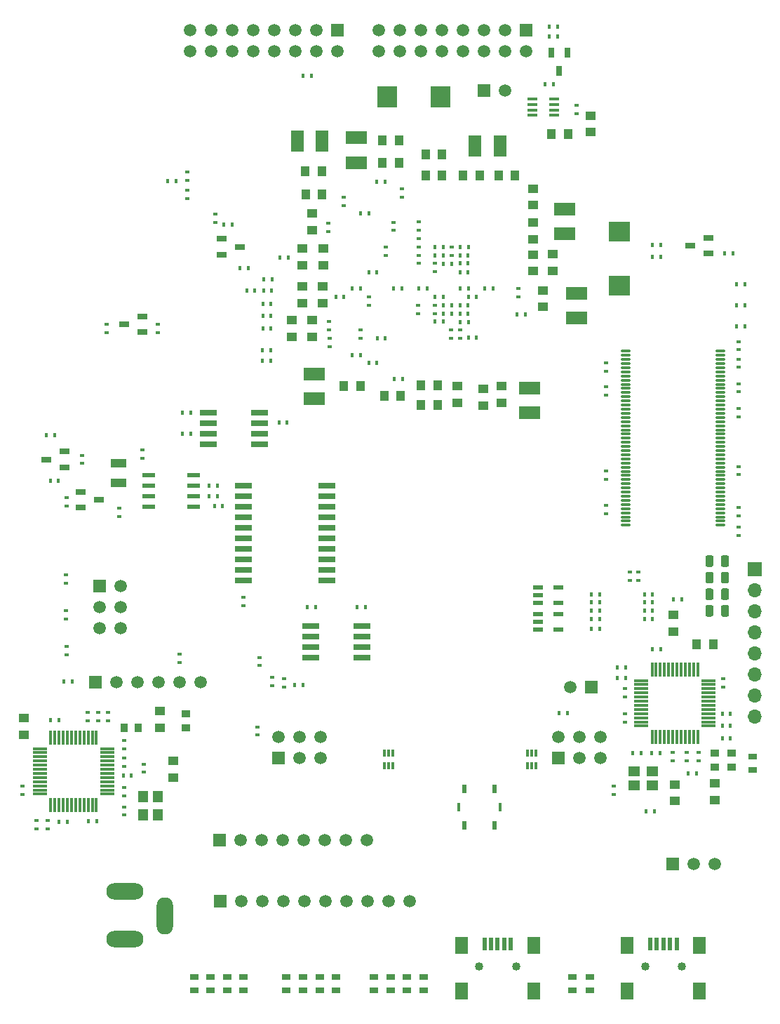
<source format=gbr>
G04 #@! TF.GenerationSoftware,KiCad,Pcbnew,(5.1.6)-1*
G04 #@! TF.CreationDate,2020-09-23T13:58:02+03:00*
G04 #@! TF.ProjectId,Cryptech Alpha,43727970-7465-4636-9820-416c7068612e,rev?*
G04 #@! TF.SameCoordinates,Original*
G04 #@! TF.FileFunction,Soldermask,Top*
G04 #@! TF.FilePolarity,Negative*
%FSLAX46Y46*%
G04 Gerber Fmt 4.6, Leading zero omitted, Abs format (unit mm)*
G04 Created by KiCad (PCBNEW (5.1.6)-1) date 2020-09-23 13:58:02*
%MOMM*%
%LPD*%
G01*
G04 APERTURE LIST*
%ADD10R,1.219200X0.508000*%
%ADD11R,0.450000X1.016000*%
%ADD12R,0.609600X1.016000*%
%ADD13R,1.000000X0.800000*%
%ADD14C,1.500000*%
%ADD15R,1.500000X1.500000*%
%ADD16O,1.700000X1.700000*%
%ADD17R,1.700000X1.700000*%
%ADD18R,0.450000X0.600000*%
%ADD19R,0.600000X0.450000*%
%ADD20R,1.200000X1.000000*%
%ADD21R,1.244600X0.406400*%
%ADD22R,1.550000X0.600000*%
%ADD23R,2.032000X0.660400*%
%ADD24O,1.200000X0.300000*%
%ADD25R,1.800000X0.300000*%
%ADD26R,0.300000X1.800000*%
%ADD27O,2.000000X4.500000*%
%ADD28O,4.500000X2.000000*%
%ADD29C,1.016000*%
%ADD30R,1.600000X2.000000*%
%ADD31R,0.600000X1.600000*%
%ADD32R,1.905000X1.117600*%
%ADD33R,0.300000X0.850000*%
%ADD34R,2.600000X2.400000*%
%ADD35R,2.400000X2.600000*%
%ADD36R,1.000000X0.900000*%
%ADD37R,0.900000X1.000000*%
%ADD38R,1.193800X1.397000*%
%ADD39R,1.397000X1.193800*%
%ADD40R,1.200000X0.800000*%
%ADD41R,0.800000X1.200000*%
%ADD42R,2.600000X1.600000*%
%ADD43R,1.600000X2.600000*%
%ADD44R,1.000000X1.200000*%
G04 APERTURE END LIST*
D10*
X72319200Y28639800D03*
X72319200Y26760200D03*
X69880800Y26760200D03*
X69880800Y27700000D03*
X69880800Y28639800D03*
X72319200Y31839800D03*
X72319200Y29960200D03*
X69880800Y29960200D03*
X69880800Y30900000D03*
X69880800Y31839800D03*
D11*
X65317000Y5360800D03*
X60265000Y5360800D03*
D12*
X60945800Y7560800D03*
X60945800Y3151000D03*
X64650000Y3151000D03*
X64650000Y7560800D03*
G36*
G01*
X91050000Y31456250D02*
X91050000Y30543750D01*
G75*
G02*
X90806250Y30300000I-243750J0D01*
G01*
X90318750Y30300000D01*
G75*
G02*
X90075000Y30543750I0J243750D01*
G01*
X90075000Y31456250D01*
G75*
G02*
X90318750Y31700000I243750J0D01*
G01*
X90806250Y31700000D01*
G75*
G02*
X91050000Y31456250I0J-243750D01*
G01*
G37*
G36*
G01*
X92925000Y31456250D02*
X92925000Y30543750D01*
G75*
G02*
X92681250Y30300000I-243750J0D01*
G01*
X92193750Y30300000D01*
G75*
G02*
X91950000Y30543750I0J243750D01*
G01*
X91950000Y31456250D01*
G75*
G02*
X92193750Y31700000I243750J0D01*
G01*
X92681250Y31700000D01*
G75*
G02*
X92925000Y31456250I0J-243750D01*
G01*
G37*
G36*
G01*
X91050000Y29456250D02*
X91050000Y28543750D01*
G75*
G02*
X90806250Y28300000I-243750J0D01*
G01*
X90318750Y28300000D01*
G75*
G02*
X90075000Y28543750I0J243750D01*
G01*
X90075000Y29456250D01*
G75*
G02*
X90318750Y29700000I243750J0D01*
G01*
X90806250Y29700000D01*
G75*
G02*
X91050000Y29456250I0J-243750D01*
G01*
G37*
G36*
G01*
X92925000Y29456250D02*
X92925000Y28543750D01*
G75*
G02*
X92681250Y28300000I-243750J0D01*
G01*
X92193750Y28300000D01*
G75*
G02*
X91950000Y28543750I0J243750D01*
G01*
X91950000Y29456250D01*
G75*
G02*
X92193750Y29700000I243750J0D01*
G01*
X92681250Y29700000D01*
G75*
G02*
X92925000Y29456250I0J-243750D01*
G01*
G37*
G36*
G01*
X91050000Y33456250D02*
X91050000Y32543750D01*
G75*
G02*
X90806250Y32300000I-243750J0D01*
G01*
X90318750Y32300000D01*
G75*
G02*
X90075000Y32543750I0J243750D01*
G01*
X90075000Y33456250D01*
G75*
G02*
X90318750Y33700000I243750J0D01*
G01*
X90806250Y33700000D01*
G75*
G02*
X91050000Y33456250I0J-243750D01*
G01*
G37*
G36*
G01*
X92925000Y33456250D02*
X92925000Y32543750D01*
G75*
G02*
X92681250Y32300000I-243750J0D01*
G01*
X92193750Y32300000D01*
G75*
G02*
X91950000Y32543750I0J243750D01*
G01*
X91950000Y33456250D01*
G75*
G02*
X92193750Y33700000I243750J0D01*
G01*
X92681250Y33700000D01*
G75*
G02*
X92925000Y33456250I0J-243750D01*
G01*
G37*
G36*
G01*
X91050000Y35456250D02*
X91050000Y34543750D01*
G75*
G02*
X90806250Y34300000I-243750J0D01*
G01*
X90318750Y34300000D01*
G75*
G02*
X90075000Y34543750I0J243750D01*
G01*
X90075000Y35456250D01*
G75*
G02*
X90318750Y35700000I243750J0D01*
G01*
X90806250Y35700000D01*
G75*
G02*
X91050000Y35456250I0J-243750D01*
G01*
G37*
G36*
G01*
X92925000Y35456250D02*
X92925000Y34543750D01*
G75*
G02*
X92681250Y34300000I-243750J0D01*
G01*
X92193750Y34300000D01*
G75*
G02*
X91950000Y34543750I0J243750D01*
G01*
X91950000Y35456250D01*
G75*
G02*
X92193750Y35700000I243750J0D01*
G01*
X92681250Y35700000D01*
G75*
G02*
X92925000Y35456250I0J-243750D01*
G01*
G37*
D13*
X95800000Y9800000D03*
X95800000Y11400000D03*
D14*
X73730000Y19800000D03*
D15*
X76270000Y19800000D03*
D16*
X96000000Y16220000D03*
X96000000Y18760000D03*
X96000000Y21300000D03*
X96000000Y23840000D03*
X96000000Y26380000D03*
X96000000Y28920000D03*
X96000000Y31460000D03*
D17*
X96000000Y34000000D03*
D18*
X76300000Y29000000D03*
X77300000Y29000000D03*
X77300000Y28000000D03*
X76300000Y28000000D03*
D19*
X81000000Y33700000D03*
X81000000Y32700000D03*
D18*
X83700000Y28000000D03*
X82700000Y28000000D03*
D19*
X82000000Y32700000D03*
X82000000Y33700000D03*
D18*
X82700000Y29000000D03*
X83700000Y29000000D03*
X82700000Y30000000D03*
X83700000Y30000000D03*
X76300000Y31000000D03*
X77300000Y31000000D03*
X77300000Y30000000D03*
X76300000Y30000000D03*
X83700000Y31000000D03*
X82700000Y31000000D03*
X86200000Y30400000D03*
X87200000Y30400000D03*
D20*
X86200000Y28500000D03*
X86200000Y26500000D03*
D21*
X69200000Y90725000D03*
X69200000Y90075000D03*
X69200000Y89419800D03*
X69200000Y88759400D03*
X71820800Y88759400D03*
X71820800Y89419800D03*
X71820800Y90075000D03*
X71820800Y90725000D03*
D22*
X22882200Y45355000D03*
X22882200Y44085000D03*
X22882200Y42815000D03*
X22882200Y41545000D03*
X28292400Y41545000D03*
X28292400Y42815000D03*
X28292400Y44085000D03*
X28292400Y45355000D03*
D23*
X36228600Y49123000D03*
X30081800Y49123000D03*
X36228600Y50393000D03*
X36228600Y51663000D03*
X30081800Y50393000D03*
X30081800Y51663000D03*
X36228600Y52933000D03*
X30081800Y52933000D03*
X48610200Y23378200D03*
X42463400Y23378200D03*
X48610200Y24648200D03*
X48610200Y25918200D03*
X42463400Y24648200D03*
X42463400Y25918200D03*
X48610200Y27188200D03*
X42463400Y27188200D03*
D14*
X29133790Y20421600D03*
X26593790Y20421600D03*
X24053790Y20421600D03*
X21513790Y20421600D03*
X18973790Y20421600D03*
D15*
X16433790Y20421600D03*
D14*
X36580000Y-6000000D03*
X54360000Y-6000000D03*
X51820000Y-6000000D03*
X49280000Y-6000000D03*
X46740000Y-6000000D03*
X44200000Y-6000000D03*
X41660000Y-6000000D03*
X39120000Y-6000000D03*
X34040000Y-6000000D03*
D15*
X31500000Y-6000000D03*
D24*
X91920400Y39326400D03*
X91920400Y39826400D03*
X91920400Y40326400D03*
X91920400Y40826400D03*
X91920400Y41326400D03*
X91920400Y41826400D03*
X91920400Y42326400D03*
X91920400Y42826400D03*
X91920400Y43326400D03*
X91920400Y43826400D03*
X91920400Y44326400D03*
X91920400Y44826400D03*
X91920400Y45326400D03*
X91920400Y45826400D03*
X91920400Y46326400D03*
X91920400Y46826400D03*
X91920400Y47326400D03*
X91920400Y47826400D03*
X91920400Y48326400D03*
X91920400Y48826400D03*
X91920400Y49326400D03*
X91920400Y49826400D03*
X91920400Y50326400D03*
X91920400Y50826400D03*
X91920400Y51326400D03*
X91920400Y51826400D03*
X91920400Y52326400D03*
X91920400Y52826400D03*
X91920400Y53326400D03*
X91920400Y53826400D03*
X91920400Y54326400D03*
X91920400Y54826400D03*
X91920400Y55326400D03*
X91920400Y55826400D03*
X91920400Y56326400D03*
X91920400Y56826400D03*
X91920400Y57326400D03*
X91920400Y57826400D03*
X91920400Y58326400D03*
X91920400Y58826400D03*
X91920400Y59326400D03*
X91920400Y59826400D03*
X91920400Y60326400D03*
X80420400Y39326400D03*
X80420400Y39826400D03*
X80420400Y40326400D03*
X80420400Y40826400D03*
X80420400Y41326400D03*
X80420400Y41826400D03*
X80420400Y42326400D03*
X80420400Y42826400D03*
X80420400Y43326400D03*
X80420400Y43826400D03*
X80420400Y44326400D03*
X80420400Y44826400D03*
X80420400Y45326400D03*
X80420400Y45826400D03*
X80420400Y46326400D03*
X80420400Y46826400D03*
X80420400Y47326400D03*
X80420400Y47826400D03*
X80420400Y48326400D03*
X80420400Y48826400D03*
X80420400Y49326400D03*
X80420400Y49826400D03*
X80420400Y50326400D03*
X80420400Y50826400D03*
X80420400Y51326400D03*
X80420400Y51826400D03*
X80420400Y52326400D03*
X80420400Y52826400D03*
X80420400Y53326400D03*
X80420400Y53826400D03*
X80420400Y54326400D03*
X80420400Y54826400D03*
X80420400Y55326400D03*
X80420400Y55826400D03*
X80420400Y56326400D03*
X80420400Y56826400D03*
X80420400Y57326400D03*
X80420400Y57826400D03*
X80420400Y58326400D03*
X80420400Y58826400D03*
X80420400Y59326400D03*
X80420400Y59826400D03*
X80420400Y60326400D03*
D23*
X34326800Y44067400D03*
X34326800Y42797400D03*
X44385200Y44067400D03*
X44385200Y42797400D03*
X34326800Y32637400D03*
X34326800Y33907400D03*
X34326800Y35177400D03*
X34326800Y36447400D03*
X34326800Y37717400D03*
X34326800Y38987400D03*
X34326800Y40257400D03*
X34326800Y41527400D03*
X44385200Y41527400D03*
X44385200Y40257400D03*
X44385200Y38987400D03*
X44385200Y37717400D03*
X44385200Y36447400D03*
X44385200Y35177400D03*
X44385200Y33907400D03*
X44385200Y32637400D03*
D25*
X17868600Y6886000D03*
X17868600Y7386000D03*
X17868600Y7886000D03*
X17868600Y8386000D03*
X17868600Y8886000D03*
X17868600Y9386000D03*
X17868600Y9886000D03*
X17868600Y10386000D03*
X17868600Y10886000D03*
X17868600Y11386000D03*
X17868600Y11886000D03*
X17868600Y12386000D03*
D26*
X16568600Y13686000D03*
X16068600Y13686000D03*
X15568600Y13686000D03*
X15068600Y13686000D03*
X14568600Y13686000D03*
X14068600Y13686000D03*
X13568600Y13686000D03*
X13068600Y13686000D03*
X12568600Y13686000D03*
X12068600Y13686000D03*
X11568600Y13686000D03*
X11068600Y13686000D03*
D25*
X9768600Y12386000D03*
X9768600Y11886000D03*
X9768600Y11386000D03*
X9768600Y10886000D03*
X9768600Y10386000D03*
X9768600Y9886000D03*
X9768600Y9386000D03*
X9768600Y8886000D03*
X9768600Y8386000D03*
X9768600Y7886000D03*
X9768600Y7386000D03*
X9768600Y6886000D03*
D26*
X11068600Y5586000D03*
X11568600Y5586000D03*
X12068600Y5586000D03*
X12568600Y5586000D03*
X13068600Y5586000D03*
X13568600Y5586000D03*
X14068600Y5586000D03*
X14568600Y5586000D03*
X15068600Y5586000D03*
X15568600Y5586000D03*
X16068600Y5586000D03*
X16568600Y5586000D03*
X83635400Y13799600D03*
X84135400Y13799600D03*
X84635400Y13799600D03*
X85135400Y13799600D03*
X85635400Y13799600D03*
X86135400Y13799600D03*
X86635400Y13799600D03*
X87135400Y13799600D03*
X87635400Y13799600D03*
X88135400Y13799600D03*
X88635400Y13799600D03*
X89135400Y13799600D03*
D25*
X90435400Y15099600D03*
X90435400Y15599600D03*
X90435400Y16099600D03*
X90435400Y16599600D03*
X90435400Y17099600D03*
X90435400Y17599600D03*
X90435400Y18099600D03*
X90435400Y18599600D03*
X90435400Y19099600D03*
X90435400Y19599600D03*
X90435400Y20099600D03*
X90435400Y20599600D03*
D26*
X89135400Y21899600D03*
X88635400Y21899600D03*
X88135400Y21899600D03*
X87635400Y21899600D03*
X87135400Y21899600D03*
X86635400Y21899600D03*
X86135400Y21899600D03*
X85635400Y21899600D03*
X85135400Y21899600D03*
X84635400Y21899600D03*
X84135400Y21899600D03*
X83635400Y21899600D03*
D25*
X82335400Y20599600D03*
X82335400Y20099600D03*
X82335400Y19599600D03*
X82335400Y19099600D03*
X82335400Y18599600D03*
X82335400Y18099600D03*
X82335400Y17599600D03*
X82335400Y17099600D03*
X82335400Y16599600D03*
X82335400Y16099600D03*
X82335400Y15599600D03*
X82335400Y15099600D03*
D27*
X24800000Y-7800000D03*
D28*
X20000000Y-10600000D03*
X20000000Y-4800000D03*
D29*
X62800000Y-13884000D03*
X67209800Y-13884000D03*
D30*
X60660000Y-11394800D03*
D31*
X63400000Y-11200000D03*
X64200000Y-11200000D03*
X65000000Y-11200000D03*
X65800000Y-11200000D03*
X66600200Y-11200000D03*
D30*
X60660000Y-16900000D03*
X69360000Y-11394800D03*
X69360000Y-16900000D03*
D29*
X82800000Y-13884000D03*
X87209800Y-13884000D03*
D30*
X80660000Y-11394800D03*
D31*
X83400000Y-11200000D03*
X84200000Y-11200000D03*
X85000000Y-11200000D03*
X85800000Y-11200000D03*
X86600200Y-11200000D03*
D30*
X80660000Y-16900000D03*
X89360000Y-11394800D03*
X89360000Y-16900000D03*
D14*
X91219330Y-1500000D03*
X88679330Y-1500000D03*
D15*
X86139330Y-1500000D03*
D14*
X65916800Y91744800D03*
D15*
X63376800Y91744800D03*
X68472990Y99034600D03*
D14*
X68472990Y96494600D03*
X65932990Y99034600D03*
X65932990Y96494600D03*
X63392990Y99034600D03*
X63392990Y96494600D03*
X60852990Y99034600D03*
X60852990Y96494600D03*
X58312990Y99034600D03*
X58312990Y96494600D03*
X55772990Y99034600D03*
X55772990Y96494600D03*
X53232990Y99034600D03*
X53232990Y96494600D03*
X50692990Y99034600D03*
X50692990Y96494600D03*
D15*
X45689190Y99034600D03*
D14*
X45689190Y96494600D03*
X43149190Y99034600D03*
X43149190Y96494600D03*
X40609190Y99034600D03*
X40609190Y96494600D03*
X38069190Y99034600D03*
X38069190Y96494600D03*
X35529190Y99034600D03*
X35529190Y96494600D03*
X32989190Y99034600D03*
X32989190Y96494600D03*
X30449190Y99034600D03*
X30449190Y96494600D03*
X27909190Y99034600D03*
X27909190Y96494600D03*
D15*
X38506390Y11252200D03*
D14*
X38506390Y13792200D03*
X41046390Y11252200D03*
X41046390Y13792200D03*
X43586390Y11252200D03*
X43586390Y13792200D03*
D15*
X72364590Y11252200D03*
D14*
X72364590Y13792200D03*
X74904590Y11252200D03*
X74904590Y13792200D03*
X77444590Y11252200D03*
X77444590Y13792200D03*
D15*
X16980000Y32015000D03*
D14*
X19520000Y32015000D03*
X16980000Y29475000D03*
X19520000Y29475000D03*
X16980000Y26935000D03*
X19520000Y26935000D03*
X49190000Y1300000D03*
D15*
X31410000Y1300000D03*
D14*
X33950000Y1300000D03*
X36490000Y1300000D03*
X39030000Y1300000D03*
X41570000Y1300000D03*
X44110000Y1300000D03*
X46650000Y1300000D03*
D13*
X45514200Y-16800000D03*
X45514200Y-15200000D03*
X41514190Y-16800000D03*
X41514190Y-15200000D03*
X39514190Y-16800000D03*
X39514190Y-15200000D03*
X43514200Y-16800000D03*
X43514200Y-15200000D03*
X34350000Y-16800000D03*
X34350000Y-15200000D03*
X30350000Y-16800000D03*
X30350000Y-15200000D03*
X28350000Y-16800000D03*
X28350000Y-15200000D03*
X32350000Y-16800000D03*
X32350000Y-15200000D03*
X74000000Y-16800000D03*
X74000000Y-15200000D03*
X52050000Y-16800000D03*
X52050000Y-15200000D03*
X56050000Y-16800000D03*
X56050000Y-15200000D03*
X54050000Y-16800000D03*
X54050000Y-15200000D03*
X50050000Y-16800000D03*
X50050000Y-15200000D03*
X76132250Y-16800000D03*
X76132250Y-15200000D03*
D32*
X19275000Y46819200D03*
X19275000Y44400000D03*
D33*
X52316000Y10349400D03*
X51816000Y10349400D03*
X51316000Y10349400D03*
X51316000Y11799400D03*
X51816000Y11799400D03*
X52316000Y11799400D03*
X69613400Y10349400D03*
X69113400Y10349400D03*
X68613400Y10349400D03*
X68613400Y11799400D03*
X69113400Y11799400D03*
X69613400Y11799400D03*
D34*
X79705200Y74751000D03*
X79705200Y68251000D03*
D35*
X51625400Y90997000D03*
X58125400Y90997000D03*
D36*
X27351200Y14872600D03*
X27351200Y16572600D03*
D37*
X21602800Y14919200D03*
X19902800Y14919200D03*
D36*
X93218000Y10116200D03*
X93218000Y11816200D03*
X91186000Y10116200D03*
X91186000Y11816200D03*
D38*
X23938600Y6617600D03*
X23938600Y4407800D03*
X22236800Y4407800D03*
X22236800Y6617600D03*
D39*
X83642600Y7936400D03*
X81432800Y7936400D03*
X81432800Y9638200D03*
X83642600Y9638200D03*
D40*
X22080400Y62600800D03*
X22080400Y64500800D03*
X19880400Y63550800D03*
X12707800Y46319400D03*
X12707800Y48219400D03*
X10507800Y47269400D03*
X31716800Y73873400D03*
X31716800Y71973400D03*
X33916800Y72923400D03*
D41*
X73402000Y96338800D03*
X71502000Y96338800D03*
X72452000Y94138800D03*
D40*
X90406400Y72100400D03*
X90406400Y74000400D03*
X88206400Y73050400D03*
X14639800Y43360600D03*
X14639800Y41460600D03*
X16839800Y42410600D03*
D42*
X47929800Y86056600D03*
X47929800Y83056600D03*
X42849800Y54591350D03*
X42849800Y57591350D03*
X74523600Y64311400D03*
X74523600Y67311400D03*
D43*
X62279400Y85064600D03*
X65279400Y85064600D03*
D42*
X68834000Y52883000D03*
X68834000Y55883000D03*
X73075800Y74471400D03*
X73075800Y77471400D03*
D43*
X40791000Y85699600D03*
X43791000Y85699600D03*
D19*
X74500000Y90000000D03*
X74500000Y89000000D03*
D18*
X70750000Y92500000D03*
X71750000Y92500000D03*
X13625000Y20450000D03*
X12625000Y20450000D03*
D19*
X26600000Y22800000D03*
X26600000Y23800000D03*
X37800000Y20000000D03*
X37800000Y21000000D03*
X39200000Y19800000D03*
X39200000Y20800000D03*
X94056200Y39108000D03*
X94056200Y38108000D03*
X78105000Y41727400D03*
X78105000Y40727400D03*
X94056200Y56405400D03*
X94056200Y55405400D03*
X78105000Y57894600D03*
X78105000Y58894600D03*
X94056200Y46423200D03*
X94056200Y45423200D03*
X78105000Y55024400D03*
X78105000Y56024400D03*
X94056200Y60493400D03*
X94056200Y61493400D03*
X94056200Y40495600D03*
X94056200Y41495600D03*
X94056200Y59377200D03*
X94056200Y58377200D03*
X78105000Y44864400D03*
X78105000Y45864400D03*
X94056200Y53408200D03*
X94056200Y52408200D03*
D18*
X38600000Y51675000D03*
X39600000Y51675000D03*
D19*
X22100000Y48375000D03*
X22100000Y47375000D03*
X19300000Y40400000D03*
X19300000Y41400000D03*
X10719800Y3684400D03*
X10719800Y2684400D03*
X19889200Y4360800D03*
X19889200Y5360800D03*
X9297400Y3684400D03*
X9297400Y2684400D03*
X19889200Y7697600D03*
X19889200Y6697600D03*
X22325000Y9525000D03*
X22325000Y10525000D03*
X19889200Y10228200D03*
X19889200Y11228200D03*
D18*
X12048600Y3565400D03*
X13048600Y3565400D03*
X15579200Y3590800D03*
X16579200Y3590800D03*
D19*
X19889200Y13336400D03*
X19889200Y12336400D03*
D18*
X11032600Y15782800D03*
X12032600Y15782800D03*
X80459200Y20897600D03*
X79459200Y20897600D03*
X81300000Y11825000D03*
X82300000Y11825000D03*
X80425000Y22150000D03*
X79425000Y22150000D03*
X84599400Y11829800D03*
X83599400Y11829800D03*
D19*
X86131400Y11923400D03*
X86131400Y10923400D03*
X87782400Y11923400D03*
X87782400Y10923400D03*
X80391000Y16597000D03*
X80391000Y15597000D03*
X89230200Y11923400D03*
X89230200Y10923400D03*
X92202000Y20813400D03*
X92202000Y19813400D03*
X80391000Y19619600D03*
X80391000Y18619600D03*
D18*
X55456200Y67894200D03*
X56456200Y67894200D03*
D19*
X34352200Y30648200D03*
X34352200Y29648200D03*
D18*
X48050000Y29475000D03*
X49050000Y29475000D03*
X42500000Y93500000D03*
X41500000Y93500000D03*
X61434600Y69875400D03*
X60434600Y69875400D03*
X58437400Y72898000D03*
X57437400Y72898000D03*
X60434600Y70916800D03*
X61434600Y70916800D03*
X60460000Y63855600D03*
X61460000Y63855600D03*
X57437400Y71907400D03*
X58437400Y71907400D03*
X57462800Y66903600D03*
X58462800Y66903600D03*
D19*
X57454800Y69908800D03*
X57454800Y70908800D03*
D18*
X60460000Y67894200D03*
X61460000Y67894200D03*
X61450600Y66878200D03*
X62450600Y66878200D03*
X60434600Y65887600D03*
X61434600Y65887600D03*
D19*
X55473600Y70899400D03*
X55473600Y71899400D03*
D18*
X58478800Y65887600D03*
X59478800Y65887600D03*
D19*
X55473600Y72906000D03*
X55473600Y73906000D03*
D18*
X59453400Y64846200D03*
X58453400Y64846200D03*
X58453400Y70891400D03*
X59453400Y70891400D03*
X61434600Y64846200D03*
X60434600Y64846200D03*
D19*
X57454800Y64879600D03*
X57454800Y65879600D03*
D18*
X58437400Y63881000D03*
X57437400Y63881000D03*
D19*
X55422800Y65879600D03*
X55422800Y64879600D03*
D18*
X61434600Y71907400D03*
X60434600Y71907400D03*
D19*
X59436000Y71890000D03*
X59436000Y72890000D03*
D18*
X60460000Y72898000D03*
X61460000Y72898000D03*
D19*
X48437800Y62882400D03*
X48437800Y61882400D03*
D18*
X47455200Y59867800D03*
X48455200Y59867800D03*
D19*
X53467000Y78925800D03*
X53467000Y79925800D03*
D18*
X62450600Y61924400D03*
X61450600Y61924400D03*
X50436400Y69875400D03*
X49436400Y69875400D03*
D19*
X55473600Y74912600D03*
X55473600Y75912600D03*
X44678600Y63898400D03*
X44678600Y62898400D03*
D18*
X53509800Y56997600D03*
X52509800Y56997600D03*
D19*
X52451000Y75887200D03*
X52451000Y74887200D03*
D18*
X67318000Y64744600D03*
X68318000Y64744600D03*
X53459000Y67919600D03*
X52459000Y67919600D03*
D19*
X46431200Y77909800D03*
X46431200Y78909800D03*
X49453800Y65895600D03*
X49453800Y66895600D03*
D18*
X50436400Y58902600D03*
X49436400Y58902600D03*
X49445800Y76911200D03*
X48445800Y76911200D03*
D19*
X60452000Y62907800D03*
X60452000Y61907800D03*
D18*
X47455200Y67894200D03*
X48455200Y67894200D03*
X50427000Y80797400D03*
X51427000Y80797400D03*
X64431800Y67894200D03*
X63431800Y67894200D03*
X51452400Y61899800D03*
X50452400Y61899800D03*
D19*
X51460400Y72890000D03*
X51460400Y71890000D03*
X67462400Y66886200D03*
X67462400Y67886200D03*
D18*
X46448600Y66878200D03*
X45448600Y66878200D03*
D19*
X44595460Y74771940D03*
X44595460Y75771940D03*
X24003000Y62593600D03*
X24003000Y63593600D03*
X14833600Y46769400D03*
X14833600Y47769400D03*
X30911800Y75827000D03*
X30911800Y76827000D03*
X36000000Y14000000D03*
X36000000Y15000000D03*
D18*
X72400000Y16700000D03*
X73400000Y16700000D03*
D44*
X73500000Y86500000D03*
X71500000Y86500000D03*
D20*
X76250000Y88750000D03*
X76250000Y86750000D03*
X25807400Y10890000D03*
X25807400Y8890000D03*
X24207200Y14884400D03*
X24207200Y16884400D03*
X7773400Y14071600D03*
X7773400Y16071600D03*
X86419000Y8066800D03*
X86419000Y6066800D03*
X91186000Y8207000D03*
X91186000Y6207000D03*
D44*
X91000000Y25000000D03*
X89000000Y25000000D03*
X51070000Y83007200D03*
X53070000Y83007200D03*
D20*
X43992800Y72678800D03*
X43992800Y70678800D03*
D44*
X51070000Y85725000D03*
X53070000Y85725000D03*
X60849000Y81559400D03*
X62849000Y81559400D03*
D20*
X60121800Y56118000D03*
X60121800Y54118000D03*
X71678800Y70018400D03*
X71678800Y72018400D03*
X43916600Y68106800D03*
X43916600Y66106800D03*
X41427400Y68106800D03*
X41427400Y66106800D03*
X69265800Y69967600D03*
X69265800Y71967600D03*
D44*
X58302400Y84023200D03*
X56302400Y84023200D03*
D20*
X70485000Y67649600D03*
X70485000Y65649600D03*
D44*
X57743600Y53797200D03*
X55743600Y53797200D03*
X58302400Y81559400D03*
X56302400Y81559400D03*
D20*
X41402000Y70678800D03*
X41402000Y72678800D03*
D44*
X57769000Y56184800D03*
X55769000Y56184800D03*
D20*
X63246000Y55742980D03*
X63246000Y53742980D03*
D44*
X43773600Y82067400D03*
X41773600Y82067400D03*
X43824400Y79273400D03*
X41824400Y79273400D03*
D20*
X40157400Y64042800D03*
X40157400Y62042800D03*
X42595800Y64042800D03*
X42595800Y62042800D03*
D44*
X53298600Y54914800D03*
X51298600Y54914800D03*
D20*
X69265800Y77943200D03*
X69265800Y79943200D03*
X65455800Y56118000D03*
X65455800Y54118000D03*
D44*
X65116200Y81559400D03*
X67116200Y81559400D03*
D20*
X42621200Y74920600D03*
X42621200Y76920600D03*
X69265800Y75828400D03*
X69265800Y73828400D03*
D44*
X46447200Y56083200D03*
X48447200Y56083200D03*
D19*
X27500000Y80900000D03*
X27500000Y81900000D03*
X27500000Y78700000D03*
X27500000Y79700000D03*
D18*
X26204800Y80830800D03*
X25204800Y80830800D03*
X71250000Y99500000D03*
X72250000Y99500000D03*
X72250000Y98250000D03*
X71250000Y98250000D03*
X40470200Y20040600D03*
X41470200Y20040600D03*
X26940200Y50393000D03*
X27940200Y50393000D03*
X26925000Y52900000D03*
X27925000Y52900000D03*
X31808600Y41629000D03*
X30808600Y41629000D03*
X31183200Y42799000D03*
X30183200Y42799000D03*
X31183200Y44094400D03*
X30183200Y44094400D03*
X19795600Y9153400D03*
X20795600Y9153400D03*
D19*
X7621000Y7875400D03*
X7621000Y6875400D03*
D18*
X88025000Y9400000D03*
X89025000Y9400000D03*
X84675600Y24384000D03*
X83675600Y24384000D03*
D19*
X36220400Y23385400D03*
X36220400Y22385400D03*
X79000000Y6875000D03*
X79000000Y7875000D03*
D18*
X38750000Y71575000D03*
X39750000Y71575000D03*
X84709000Y71729600D03*
X83709000Y71729600D03*
X35700000Y67650000D03*
X34700000Y67650000D03*
X93413200Y72110600D03*
X92413200Y72110600D03*
X94835600Y68402200D03*
X93835600Y68402200D03*
X94810200Y65862200D03*
X93810200Y65862200D03*
X94810200Y63347600D03*
X93810200Y63347600D03*
D19*
X12900000Y33325000D03*
X12900000Y32325000D03*
X12875000Y29050000D03*
X12875000Y28050000D03*
X13000000Y23700000D03*
X13000000Y24700000D03*
D18*
X43025000Y29475000D03*
X42025000Y29475000D03*
X84709000Y73126600D03*
X83709000Y73126600D03*
X36725000Y67650000D03*
X37725000Y67650000D03*
D19*
X44700000Y61850000D03*
X44700000Y60850000D03*
D18*
X36775000Y69025000D03*
X37775000Y69025000D03*
D19*
X17780000Y63593600D03*
X17780000Y62593600D03*
D18*
X10498200Y50165000D03*
X11498200Y50165000D03*
X11000000Y44700000D03*
X12000000Y44700000D03*
D19*
X12971200Y42656600D03*
X12971200Y41656600D03*
D18*
X83900000Y4800000D03*
X82900000Y4800000D03*
X77300000Y26800000D03*
X76300000Y26800000D03*
X36650000Y66000000D03*
X37650000Y66000000D03*
X36650000Y64560670D03*
X37650000Y64560670D03*
X36650000Y63050000D03*
X37650000Y63050000D03*
D19*
X16752300Y16740000D03*
X16752300Y15740000D03*
X15495000Y16740000D03*
X15495000Y15740000D03*
D18*
X93108400Y15131800D03*
X92108400Y15131800D03*
X93108400Y16605000D03*
X92108400Y16605000D03*
X92108400Y13633200D03*
X93108400Y13633200D03*
D19*
X18009600Y15740000D03*
X18009600Y16740000D03*
X59400000Y61900000D03*
X59400000Y62900000D03*
D18*
X36591000Y59175700D03*
X37591000Y59175700D03*
X37591000Y60407600D03*
X36591000Y60407600D03*
X32975000Y75625000D03*
X31975000Y75625000D03*
X33917000Y70358000D03*
X34917000Y70358000D03*
M02*

</source>
